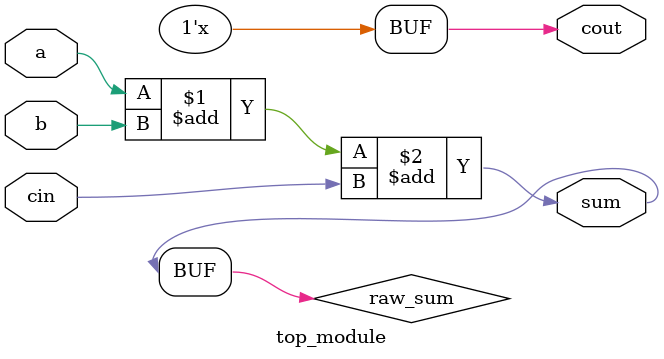
<source format=sv>
module top_module (
    input a,
    input b,
    input cin,
    output cout,
    output sum
);
    // Intermediate signal for the raw sum result
    wire raw_sum;
    
    // Add the inputs including carry-in
    assign raw_sum = a + b + cin;
    
    // The sum is the lower bit of the raw_sum
    assign sum = raw_sum[0];
    
    // The carry-out is the second bit of the raw_sum
    assign cout = raw_sum[1];

endmodule

</source>
